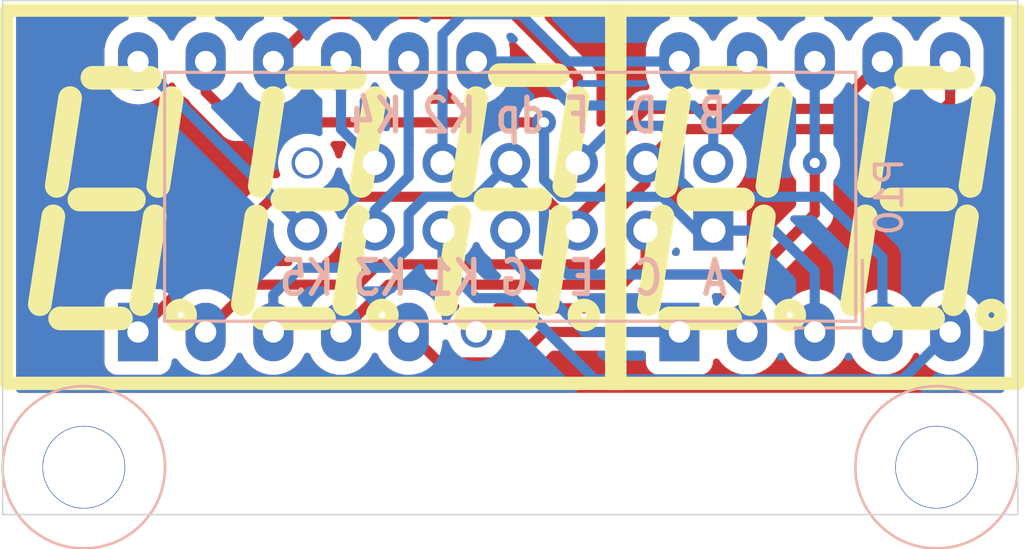
<source format=kicad_pcb>
(kicad_pcb (version 20211014) (generator pcbnew)
  (layers (0 "F.Cu" signal) (31 "B.Cu" signal) (36 "B.SilkS" user "B.Silkscreen") (37 "F.SilkS" user "F.Silkscreen") (38 "B.Mask" user) (39 "F.Mask" user) (44 "Edge.Cuts" user))
  (net 0 "")
  (net 1 "/K_SegA")
  (net 2 "/K_SegB")
  (net 3 "/K_SegC")
  (net 4 "/K_SegDP")
  (net 5 "/A0")
  (net 6 "/K_SegD")
  (net 7 "/K_SegE")
  (net 8 "/K_SegG")
  (net 9 "/K_SegF")
  (net 10 "/A1")
  (net 11 "/A2")
  (net 12 "/A3")
  (net 13 "/A4")
  (net 14 "Net-(P10-Pad14)")
  (footprint "GCC_Display:Disp7s3x_036" (layer "F.Cu") (at 36.83 30.226)
    (fp_text reference "S8" hide)
    (fp_text value "LEDDSP3_CA" hide)
    (fp_line (start 10.16 -3.70586) (end 9.652 -0.4064) (layer "F.SilkS") (width 0.889))
    (fp_line (start 8.7376 0.1016) (end 6.6929 0.1016) (layer "F.SilkS") (width 0.889))
    (fp_line (start 2.54 -3.70586) (end 2.032 -0.4064) (layer "F.SilkS") (width 0.889))
    (fp_line (start -8.05942 -4.46786) (end -5.8928 -4.46786) (layer "F.SilkS") (width 0.889))
    (fp_line (start -5.08 -3.70586) (end -5.588 -0.4064) (layer "F.SilkS") (width 0.889))
    (fp_line (start -0.38862 -4.46786) (end 1.778 -4.46786) (layer "F.SilkS") (width 0.889))
    (fp_line (start -6.5024 0.1016) (end -8.5471 0.1016) (layer "F.SilkS") (width 0.889))
    (fp_line (start -1.651 4.56946) (end 0.63246 4.56946) (layer "F.SilkS") (width 0.889))
    (fp_line (start -5.71754 0.7366) (end -6.22554 4.03606) (layer "F.SilkS") (width 0.889))
    (fp_line (start 5.715 0.7366) (end 5.207 4.03606) (layer "F.SilkS") (width 0.889))
    (fp_line (start -1.905 0.7366) (end -2.413 4.03606) (layer "F.SilkS") (width 0.889))
    (fp_line (start -8.89762 -3.70586) (end -9.398 -0.4064) (layer "F.SilkS") (width 0.889))
    (fp_line (start 11.7348 -7.0104) (end 11.7348 7.0104) (layer "F.SilkS") (width 0.5))
    (fp_line (start -11.2268 -7.0104) (end 11.7348 -7.0104) (layer "F.SilkS") (width 0.5))
    (fp_line (start 5.969 4.56946) (end 8.25246 4.56946) (layer "F.SilkS") (width 0.889))
    (fp_line (start -11.2776 7.0104) (end -11.2776 -7.0104) (layer "F.SilkS") (width 0.5))
    (fp_line (start 1.90246 0.7366) (end 1.39446 4.03606) (layer "F.SilkS") (width 0.889))
    (fp_line (start 9.52246 0.7366) (end 9.01446 4.03606) (layer "F.SilkS") (width 0.889))
    (fp_line (start 11.7348 7.0104) (end -11.2776 7.0104) (layer "F.SilkS") (width 0.5))
    (fp_line (start 6.34238 -3.70586) (end 5.842 -0.4064) (layer "F.SilkS") (width 0.889))
    (fp_line (start 1.1176 0.1016) (end -0.9271 0.1016) (layer "F.SilkS") (width 0.889))
    (fp_line (start -9.525 0.7366) (end -10.033 4.03606) (layer "F.SilkS") (width 0.889))
    (fp_line (start -9.271 4.56946) (end -6.98754 4.56946) (layer "F.SilkS") (width 0.889))
    (fp_line (start -1.27762 -3.70586) (end -1.778 -0.4064) (layer "F.SilkS") (width 0.889))
    (fp_line (start 7.23138 -4.56946) (end 9.398 -4.56946) (layer "F.SilkS") (width 0.889))
    (fp_circle (center -4.7498 4.445) (end -4.4958 4.18846) (layer "F.SilkS") (width 0.508) (fill none))
    (fp_circle (center 10.3886 4.445) (end 10.6426 4.18846) (layer "F.SilkS") (width 0.508) (fill none))
    (fp_circle (center 2.8194 4.445) (end 3.0734 4.18846) (layer "F.SilkS") (width 0.508) (fill none))
    (pad "1" thru_hole rect locked (at -6.35 5.08 90) (size 2.19964 1.50114) (drill 0.8001) (layers *.Cu *.Mask) (net 7 "/K_SegE"))
    (pad "2" thru_hole oval locked (at -3.81 5.08 90) (size 2.19964 1.50114) (drill 0.8001) (layers *.Cu *.Mask) (net 6 "/K_SegD"))
    (pad "3" thru_hole oval locked (at -1.27 5.08 90) (size 2.19964 1.50114) (drill 0.8001) (layers *.Cu *.Mask) (net 4 "/K_SegDP"))
    (pad "4" thru_hole oval locked (at 1.27 5.08 90) (size 2.19964 1.50114) (drill 0.8001) (layers *.Cu *.Mask) (net 3 "/K_SegC"))
    (pad "5" thru_hole oval locked (at 3.81 5.08 90) (size 2.19964 1.50114) (drill 0.8001) (layers *.Cu *.Mask) (net 8 "/K_SegG"))
    (pad "6" thru_hole oval locked (at 6.35 5.08 90) (size 1.1684 1.1684) (drill 0.8001) (layers *.Cu *.Mask))
    (pad "7" thru_hole oval locked (at 6.35 -5.08 90) (size 2.19964 1.50114) (drill 0.8001) (layers *.Cu *.Mask) (net 2 "/K_SegB"))
    (pad "8" thru_hole oval locked (at 3.81 -5.08 90) (size 2.19964 1.50114) (drill 0.8001) (layers *.Cu *.Mask) (net 11 "/A2"))
    (pad "9" thru_hole oval locked (at 1.27 -5.08 90) (size 2.19964 1.50114) (drill 0.8001) (layers *.Cu *.Mask) (net 12 "/A3"))
    (pad "10" thru_hole oval locked (at -1.27 -5.08 90) (size 2.19964 1.50114) (drill 0.8001) (layers *.Cu *.Mask) (net 9 "/K_SegF"))
    (pad "11" thru_hole oval locked (at -3.81 -5.08 90) (size 2.19964 1.50114) (drill 0.8001) (layers *.Cu *.Mask) (net 1 "/K_SegA"))
    (pad "12" thru_hole oval locked (at -6.34746 -5.08 90) (size 2.19964 1.50114) (drill 0.8001) (layers *.Cu *.Mask) (net 13 "/A4"))
  )
  (footprint "GCC_Display:Disp7s2x_036" (layer "F.Cu") (at 55.88 30.226)
    (fp_text reference "S9" hide)
    (fp_text value "LEDDSP2_CA" hide)
    (fp_line (start 6.35 -3.70586) (end 5.842 -0.4064) (layer "F.SilkS") (width 0.889))
    (fp_line (start 3.42138 -4.46786) (end 5.588 -4.46786) (layer "F.SilkS") (width 0.889))
    (fp_line (start 1.905 0.7366) (end 1.397 4.03606) (layer "F.SilkS") (width 0.889))
    (fp_line (start 5.71246 0.7366) (end 5.20446 4.03606) (layer "F.SilkS") (width 0.889))
    (fp_line (start -4.24942 -4.46786) (end -2.0828 -4.46786) (layer "F.SilkS") (width 0.889))
    (fp_line (start 7.62 7.0104) (end -7.62 7.0104) (layer "F.SilkS") (width 0.5))
    (fp_line (start -1.90754 0.7366) (end -2.41554 4.03606) (layer "F.SilkS") (width 0.889))
    (fp_line (start 2.159 4.56946) (end 4.44246 4.56946) (layer "F.SilkS") (width 0.889))
    (fp_line (start -7.62 -7.0104) (end 7.62 -7.0104) (layer "F.SilkS") (width 0.5))
    (fp_line (start -5.08762 -3.70586) (end -5.588 -0.4064) (layer "F.SilkS") (width 0.889))
    (fp_line (start -5.461 4.56946) (end -3.17754 4.56946) (layer "F.SilkS") (width 0.889))
    (fp_line (start 2.53238 -3.70586) (end 2.032 -0.4064) (layer "F.SilkS") (width 0.889))
    (fp_line (start -1.27 -3.70586) (end -1.778 -0.4064) (layer "F.SilkS") (width 0.889))
    (fp_line (start 7.62 -7.0104) (end 7.62 7.0104) (layer "F.SilkS") (width 0.5))
    (fp_line (start -5.715 0.7366) (end -6.223 4.03606) (layer "F.SilkS") (width 0.889))
    (fp_line (start 4.9276 0.1016) (end 2.8829 0.1016) (layer "F.SilkS") (width 0.889))
    (fp_line (start -2.6924 0.1016) (end -4.7371 0.1016) (layer "F.SilkS") (width 0.889))
    (fp_line (start -7.62 7.0104) (end -7.62 -7.0104) (layer "F.SilkS") (width 0.5))
    (fp_circle (center 6.6294 4.445) (end 6.8834 4.18846) (layer "F.SilkS") (width 0.508) (fill none))
    (fp_circle (center -0.9398 4.445) (end -0.6858 4.18846) (layer "F.SilkS") (width 0.508) (fill none))
    (pad "1" thru_hole rect locked (at -5.08 5.08 90) (size 2.19964 1.50114) (drill 0.8001) (layers *.Cu *.Mask) (net 8 "/K_SegG"))
    (pad "2" thru_hole oval locked (at -2.54 5.08 90) (size 2.19964 1.50114) (drill 0.8001) (layers *.Cu *.Mask) (net 4 "/K_SegDP"))
    (pad "3" thru_hole oval locked (at 0 5.08 90) (size 2.19964 1.50114) (drill 0.8001) (layers *.Cu *.Mask) (net 1 "/K_SegA"))
    (pad "4" thru_hole oval locked (at 2.54 5.08 90) (size 2.19964 1.50114) (drill 0.8001) (layers *.Cu *.Mask) (net 9 "/K_SegF"))
    (pad "5" thru_hole oval locked (at 5.08 5.08 90) (size 2.19964 1.50114) (drill 0.8001) (layers *.Cu *.Mask) (net 5 "/A0"))
    (pad "6" thru_hole oval locked (at 5.08 -5.08 90) (size 2.19964 1.50114) (drill 0.8001) (layers *.Cu *.Mask) (net 6 "/K_SegD"))
    (pad "7" thru_hole oval locked (at 2.54 -5.08 90) (size 2.19964 1.50114) (drill 0.8001) (layers *.Cu *.Mask) (net 7 "/K_SegE"))
    (pad "8" thru_hole oval locked (at 0 -5.08 90) (size 2.19964 1.50114) (drill 0.8001) (layers *.Cu *.Mask) (net 3 "/K_SegC"))
    (pad "9" thru_hole oval locked (at -2.54 -5.08 90) (size 2.19964 1.50114) (drill 0.8001) (layers *.Cu *.Mask) (net 2 "/K_SegB"))
    (pad "10" thru_hole oval locked (at -5.08 -5.08 90) (size 2.19964 1.50114) (drill 0.8001) (layers *.Cu *.Mask) (net 10 "/A1"))
  )
  (footprint "GCC_holes:Hole3mm" (layer "B.Cu") (at 28.448 40.386)
    (fp_text reference "H15" hide)
    (fp_text value "MountingHole" hide)
    (fp_circle (center 0 0) (end 0 3.048) (layer "B.SilkS") (width 0.1) (fill none))
    (pad "1" thru_hole circle locked (at 0 0) (size 3.1 3.1) (drill 3.05) (layers *.Cu *.Mask))
  )
  (footprint "GCC_holes:Hole3mm" (layer "B.Cu") (at 60.452 40.386)
    (fp_text reference "H16" hide)
    (fp_text value "MountingHole" hide)
    (fp_circle (center 0 0) (end 0 3.048) (layer "B.SilkS") (width 0.1) (fill none))
    (pad "1" thru_hole circle locked (at 0 0) (size 3.1 3.1) (drill 3.05) (layers *.Cu *.Mask))
  )
  (footprint "Connector_IDC:IDC-Header_2x07_P2.54mm_Vertical" (layer "B.Cu") (at 52.07 31.496 90)
    (fp_text reference "P10" (at 1.27 6.604 90) (layer "B.SilkS") (effects (justify mirror)))
    (fp_text value "Disp3+2" hide)
    (fp_line (start -3.405 5.35) (end 5.945 5.35) (layer "B.SilkS") (width 0.12))
    (fp_line (start 5.945 -20.59) (end -3.405 -20.59) (layer "B.SilkS") (width 0.12))
    (fp_line (start -3.655 5.6) (end -3.655 3.06) (layer "B.SilkS") (width 0.12))
    (fp_line (start -3.405 -20.59) (end -3.405 5.35) (layer "B.SilkS") (width 0.12))
    (fp_line (start 5.945 5.35) (end 5.945 -20.59) (layer "B.SilkS") (width 0.12))
    (fp_line (start -3.655 5.6) (end -1.115 5.6) (layer "B.SilkS") (width 0.12))
    (pad "1" thru_hole rect locked (at 0 0 90) (size 1.4986 1.4986) (drill 0.9144) (layers *.Cu *.Mask) (net 1 "/K_SegA"))
    (pad "2" thru_hole oval locked (at 2.54 0 90) (size 1.4986 1.4986) (drill 0.9144) (layers *.Cu *.Mask) (net 2 "/K_SegB"))
    (pad "3" thru_hole oval locked (at 0 -2.54 90) (size 1.4986 1.4986) (drill 0.9144) (layers *.Cu *.Mask) (net 3 "/K_SegC"))
    (pad "4" thru_hole oval locked (at 2.54 -2.54 90) (size 1.4986 1.4986) (drill 0.9144) (layers *.Cu *.Mask) (net 6 "/K_SegD"))
    (pad "5" thru_hole oval locked (at 0 -5.08 90) (size 1.4986 1.4986) (drill 0.9144) (layers *.Cu *.Mask) (net 7 "/K_SegE"))
    (pad "6" thru_hole oval locked (at 2.54 -5.08 90) (size 1.4986 1.4986) (drill 0.9144) (layers *.Cu *.Mask) (net 9 "/K_SegF"))
    (pad "7" thru_hole oval locked (at 0 -7.62 90) (size 1.4986 1.4986) (drill 0.9144) (layers *.Cu *.Mask) (net 8 "/K_SegG"))
    (pad "8" thru_hole oval locked (at 2.54 -7.62 90) (size 1.4986 1.4986) (drill 0.9144) (layers *.Cu *.Mask) (net 4 "/K_SegDP"))
    (pad "9" thru_hole oval locked (at 0 -10.16 90) (size 1.4986 1.4986) (drill 0.9144) (layers *.Cu *.Mask) (net 5 "/A0"))
    (pad "10" thru_hole oval locked (at 2.54 -10.16 90) (size 1.4986 1.4986) (drill 0.9144) (layers *.Cu *.Mask) (net 10 "/A1"))
    (pad "11" thru_hole oval locked (at 0 -12.7 90) (size 1.4986 1.4986) (drill 0.9144) (layers *.Cu *.Mask) (net 11 "/A2"))
    (pad "12" thru_hole oval locked (at 2.54 -12.7 90) (size 1.4986 1.4986) (drill 0.9144) (layers *.Cu *.Mask) (net 12 "/A3"))
    (pad "13" thru_hole oval locked (at 0 -15.24 90) (size 1.4986 1.4986) (drill 0.9144) (layers *.Cu *.Mask) (net 13 "/A4"))
    (pad "14" thru_hole oval locked (at 2.54 -15.24 90) (size 1.1684 1.1684) (drill 0.9144) (layers *.Cu *.Mask) (net 14 "Net-(P10-Pad14)"))
  )
  (gr_rect (start 25.4 22.86) (end 63.5 42.164) (layer "Edge.Cuts") (width 0.05) (fill none))
  (gr_text "B  D  F dp K2 K4" (at 45.466 27.178) (layer "B.SilkS") (effects (font (size 1.27 1.016) (thickness 0.2032)) (justify mirror)))
  (gr_text "A  C  E  G K1 K3 K5" (at 44.196 33.274) (layer "B.SilkS") (effects (font (size 1.27 1.016) (thickness 0.2032)) (justify mirror)))
  (segment (start 45.72 27.432) (end 34.163 27.432) (width 0.381) (layer "F.Cu") (net 1))
  (segment (start 33.02 26.289) (end 33.02 25.146) (width 0.381) (layer "F.Cu") (net 1))
  (segment (start 34.163 27.432) (end 33.02 26.289) (width 0.381) (layer "F.Cu") (net 1))
  (via (at 45.72 27.432) (size 0.889) (drill 0.381) (layers "F.Cu" "B.Cu") (net 1))
  (segment (start 45.72 27.432) (end 45.72 29.591) (width 0.381) (layer "B.Cu") (net 1))
  (segment (start 54.356 31.496) (end 55.88 33.02) (width 0.381) (layer "B.Cu") (net 1))
  (segment (start 46.355 30.226) (end 50.165 30.226) (width 0.381) (layer "B.Cu") (net 1))
  (segment (start 51.435 31.496) (end 52.07 31.496) (width 0.381) (layer "B.Cu") (net 1))
  (segment (start 52.07 31.496) (end 54.356 31.496) (width 0.381) (layer "B.Cu") (net 1))
  (segment (start 50.165 30.226) (end 51.435 31.496) (width 0.381) (layer "B.Cu") (net 1))
  (segment (start 45.72 29.591) (end 46.355 30.226) (width 0.381) (layer "B.Cu") (net 1))
  (segment (start 55.88 33.02) (end 55.88 35.306) (width 0.381) (layer "B.Cu") (net 1))
  (segment (start 45.085 25.146) (end 46.736 26.797) (width 0.381) (layer "B.Cu") (net 2))
  (segment (start 46.736 26.797) (end 51.308 26.797) (width 0.381) (layer "B.Cu") (net 2))
  (segment (start 53.34 26.289) (end 53.34 25.146) (width 0.381) (layer "B.Cu") (net 2))
  (segment (start 43.18 25.146) (end 45.085 25.146) (width 0.381) (layer "B.Cu") (net 2))
  (segment (start 52.07 27.559) (end 52.07 28.956) (width 0.381) (layer "B.Cu") (net 2))
  (segment (start 51.308 26.797) (end 52.07 27.559) (width 0.381) (layer "B.Cu") (net 2))
  (segment (start 52.07 27.559) (end 53.34 26.289) (width 0.381) (layer "B.Cu") (net 2))
  (segment (start 38.1 35.306) (end 39.878 33.528) (width 0.381) (layer "F.Cu") (net 3))
  (segment (start 48.641 33.528) (end 49.53 32.639) (width 0.381) (layer "F.Cu") (net 3))
  (segment (start 49.53 32.639) (end 50.038 33.147) (width 0.381) (layer "F.Cu") (net 3))
  (segment (start 39.878 33.528) (end 48.641 33.528) (width 0.381) (layer "F.Cu") (net 3))
  (segment (start 49.53 32.639) (end 49.53 31.496) (width 0.381) (layer "F.Cu") (net 3))
  (segment (start 55.88 30.861) (end 55.88 28.956) (width 0.381) (layer "F.Cu") (net 3))
  (segment (start 50.038 33.147) (end 53.594 33.147) (width 0.381) (layer "F.Cu") (net 3))
  (segment (start 53.594 33.147) (end 55.88 30.861) (width 0.381) (layer "F.Cu") (net 3))
  (via (at 55.88 28.956) (size 0.889) (drill 0.381) (layers "F.Cu" "B.Cu") (net 3))
  (segment (start 55.88 28.956) (end 55.88 25.146) (width 0.381) (layer "B.Cu") (net 3))
  (segment (start 46.609 33.147) (end 52.578 33.147) (width 0.381) (layer "B.Cu") (net 4))
  (segment (start 45.72 30.734) (end 45.72 32.258) (width 0.381) (layer "B.Cu") (net 4))
  (segment (start 52.578 33.147) (end 53.34 33.909) (width 0.381) (layer "B.Cu") (net 4))
  (segment (start 36.576 32.893) (end 35.56 33.909) (width 0.381) (layer "B.Cu") (net 4))
  (segment (start 35.56 33.909) (end 35.56 35.306) (width 0.381) (layer "B.Cu") (net 4))
  (segment (start 39.878 32.893) (end 36.576 32.893) (width 0.381) (layer "B.Cu") (net 4))
  (segment (start 44.45 29.464) (end 45.72 30.734) (width 0.381) (layer "B.Cu") (net 4))
  (segment (start 40.64 30.861) (end 40.64 32.131) (width 0.381) (layer "B.Cu") (net 4))
  (segment (start 44.45 28.956) (end 43.18 30.226) (width 0.381) (layer "B.Cu") (net 4))
  (segment (start 43.18 30.226) (end 41.275 30.226) (width 0.381) (layer "B.Cu") (net 4))
  (segment (start 41.275 30.226) (end 40.64 30.861) (width 0.381) (layer "B.Cu") (net 4))
  (segment (start 45.72 32.258) (end 46.609 33.147) (width 0.381) (layer "B.Cu") (net 4))
  (segment (start 40.64 32.131) (end 39.878 32.893) (width 0.381) (layer "B.Cu") (net 4))
  (segment (start 44.45 28.956) (end 44.45 29.464) (width 0.381) (layer "B.Cu") (net 4))
  (segment (start 53.34 33.909) (end 53.34 35.306) (width 0.381) (layer "B.Cu") (net 4))
  (segment (start 47.625 37.084) (end 59.182 37.084) (width 0.381) (layer "B.Cu") (net 5))
  (segment (start 41.91 32.766) (end 43.18 34.036) (width 0.381) (layer "B.Cu") (net 5))
  (segment (start 41.91 31.496) (end 41.91 32.766) (width 0.381) (layer "B.Cu") (net 5))
  (segment (start 44.577 34.036) (end 47.625 37.084) (width 0.381) (layer "B.Cu") (net 5))
  (segment (start 59.182 37.084) (end 60.96 35.306) (width 0.381) (layer "B.Cu") (net 5))
  (segment (start 43.18 34.036) (end 44.577 34.036) (width 0.381) (layer "B.Cu") (net 5))
  (segment (start 33.02 35.306) (end 34.798 33.528) (width 0.381) (layer "F.Cu") (net 6))
  (segment (start 48.26 30.988) (end 49.53 29.718) (width 0.381) (layer "F.Cu") (net 6))
  (segment (start 38.735 33.528) (end 39.497 32.766) (width 0.381) (layer "F.Cu") (net 6))
  (segment (start 49.53 28.956) (end 50.8 27.686) (width 0.381) (layer "F.Cu") (net 6))
  (segment (start 48.26 32.131) (end 48.26 30.988) (width 0.381) (layer "F.Cu") (net 6))
  (segment (start 49.53 29.718) (end 49.53 28.956) (width 0.381) (layer "F.Cu") (net 6))
  (segment (start 60.96 26.67) (end 60.96 25.146) (width 0.381) (layer "F.Cu") (net 6))
  (segment (start 47.625 32.766) (end 48.26 32.131) (width 0.381) (layer "F.Cu") (net 6))
  (segment (start 50.8 27.686) (end 59.944 27.686) (width 0.381) (layer "F.Cu") (net 6))
  (segment (start 39.497 32.766) (end 47.625 32.766) (width 0.381) (layer "F.Cu") (net 6))
  (segment (start 59.944 27.686) (end 60.96 26.67) (width 0.381) (layer "F.Cu") (net 6))
  (segment (start 34.798 33.528) (end 38.735 33.528) (width 0.381) (layer "F.Cu") (net 6))
  (segment (start 45.72 30.226) (end 35.56 30.226) (width 0.381) (layer "F.Cu") (net 7))
  (segment (start 35.56 30.226) (end 30.48 35.306) (width 0.381) (layer "F.Cu") (net 7))
  (segment (start 46.99 30.988) (end 48.26 29.718) (width 0.381) (layer "F.Cu") (net 7))
  (segment (start 48.26 28.194) (end 49.53 26.924) (width 0.381) (layer "F.Cu") (net 7))
  (segment (start 56.642 26.924) (end 58.42 25.146) (width 0.381) (layer "F.Cu") (net 7))
  (segment (start 46.99 31.496) (end 45.72 30.226) (width 0.381) (layer "F.Cu") (net 7))
  (segment (start 49.53 26.924) (end 56.642 26.924) (width 0.381) (layer "F.Cu") (net 7))
  (segment (start 48.26 29.718) (end 48.26 28.194) (width 0.381) (layer "F.Cu") (net 7))
  (segment (start 44.577 36.449) (end 45.72 35.306) (width 0.381) (layer "F.Cu") (net 8))
  (segment (start 40.64 35.306) (end 41.783 36.449) (width 0.381) (layer "F.Cu") (net 8))
  (segment (start 45.72 35.306) (end 50.8 35.306) (width 0.381) (layer "F.Cu") (net 8))
  (segment (start 41.783 36.449) (end 44.577 36.449) (width 0.381) (layer "F.Cu") (net 8))
  (segment (start 44.45 31.496) (end 44.45 32.512) (width 0.381) (layer "B.Cu") (net 8))
  (segment (start 44.45 32.512) (end 47.244 35.306) (width 0.381) (layer "B.Cu") (net 8))
  (segment (start 47.244 35.306) (end 50.8 35.306) (width 0.381) (layer "B.Cu") (net 8))
  (segment (start 44.577 23.368) (end 37.338 23.368) (width 0.381) (layer "F.Cu") (net 9))
  (segment (start 46.99 28.956) (end 46.99 25.781) (width 0.381) (layer "F.Cu") (net 9))
  (segment (start 46.99 25.781) (end 44.577 23.368) (width 0.381) (layer "F.Cu") (net 9))
  (segment (start 37.338 23.368) (end 35.56 25.146) (width 0.381) (layer "F.Cu") (net 9))
  (segment (start 51.435 30.226) (end 56.134 30.226) (width 0.381) (layer "B.Cu") (net 9))
  (segment (start 46.99 28.956) (end 48.387 27.559) (width 0.381) (layer "B.Cu") (net 9))
  (segment (start 50.8 29.591) (end 51.435 30.226) (width 0.381) (layer "B.Cu") (net 9))
  (segment (start 48.387 27.559) (end 50.165 27.559) (width 0.381) (layer "B.Cu") (net 9))
  (segment (start 50.8 28.194) (end 50.8 29.591) (width 0.381) (layer "B.Cu") (net 9))
  (segment (start 56.134 30.226) (end 58.42 32.512) (width 0.381) (layer "B.Cu") (net 9))
  (segment (start 58.42 32.512) (end 58.42 35.306) (width 0.381) (layer "B.Cu") (net 9))
  (segment (start 50.165 27.559) (end 50.8 28.194) (width 0.381) (layer "B.Cu") (net 9))
  (segment (start 46.609 25.146) (end 50.8 25.146) (width 0.381) (layer "B.Cu") (net 10))
  (segment (start 42.672 23.368) (end 44.831 23.368) (width 0.381) (layer "B.Cu") (net 10))
  (segment (start 41.91 24.13) (end 42.672 23.368) (width 0.381) (layer "B.Cu") (net 10))
  (segment (start 44.831 23.368) (end 46.609 25.146) (width 0.381) (layer "B.Cu") (net 10))
  (segment (start 41.91 28.956) (end 41.91 24.13) (width 0.381) (layer "B.Cu") (net 10))
  (segment (start 40.64 29.464) (end 39.37 30.734) (width 0.381) (layer "B.Cu") (net 11))
  (segment (start 39.37 30.734) (end 39.37 31.496) (width 0.381) (layer "B.Cu") (net 11))
  (segment (start 40.64 25.146) (end 40.64 29.464) (width 0.381) (layer "B.Cu") (net 11))
  (segment (start 38.1 25.146) (end 38.1 27.686) (width 0.381) (layer "B.Cu") (net 12))
  (segment (start 38.1 27.686) (end 39.37 28.956) (width 0.381) (layer "B.Cu") (net 12))
  (segment (start 36.83 31.49346) (end 30.48254 25.146) (width 0.381) (layer "B.Cu") (net 13))
  (zone (net 0) (net_name "") (layer "F.Cu") (connect_pads (clearance 0.508)) (min_thickness 0.254) (fill yes (thermal_gap 0.508) (thermal_bridge_width 0.508))
    (polygon (pts (xy 25.4 22.86) (xy 63.5 22.86) (xy 63.5 37.592) (xy 25.4 37.592)))
  )
  (zone (net 0) (net_name "") (layer "B.Cu") (connect_pads (clearance 0.508)) (min_thickness 0.254) (fill yes (thermal_gap 0.508) (thermal_bridge_width 0.508))
    (polygon (pts (xy 25.4 22.86) (xy 63.5 22.86) (xy 63.5 37.592) (xy 25.4 37.592)))
  )
)
</source>
